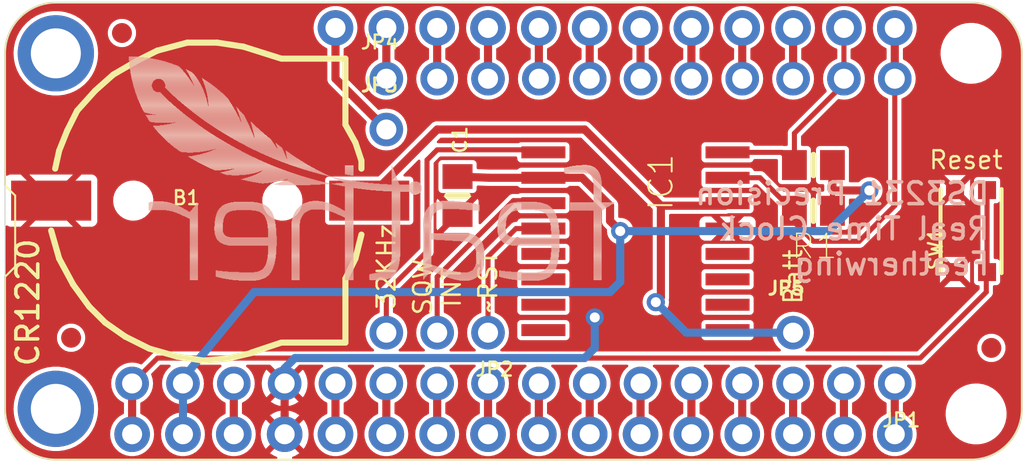
<source format=kicad_pcb>
(kicad_pcb (version 20221018) (generator pcbnew)
  (layers (0 "F.Cu" signal) (1 "In1.Cu" signal) (2 "In2.Cu" signal) (3 "In3.Cu" signal) (4 "In4.Cu" signal) (5 "In5.Cu" signal) (6 "In6.Cu" signal) (7 "In7.Cu" signal) (8 "In8.Cu" signal) (9 "In9.Cu" signal) (10 "In10.Cu" signal) (11 "In11.Cu" signal) (12 "In12.Cu" signal) (13 "In13.Cu" signal) (14 "In14.Cu" signal) (31 "B.Cu" signal) (34 "B.Paste" user) (35 "F.Paste" user) (36 "B.SilkS" user "B.Silkscreen") (37 "F.SilkS" user "F.Silkscreen") (38 "B.Mask" user) (39 "F.Mask" user) (44 "Edge.Cuts" user))
  (net 0 "")
  (net 1 "GND")
  (net 2 "SDA")
  (net 3 "SCL")
  (net 4 "VBAT")
  (net 5 "3.3V")
  (net 6 "N$14")
  (net 7 "USB")
  (net 8 "N$15")
  (net 9 "N$16")
  (net 10 "N$17")
  (net 11 "N$18")
  (net 12 "N$19")
  (net 13 "N$20")
  (net 14 "N$21")
  (net 15 "N$2")
  (net 16 "N$3")
  (net 17 "N$4")
  (net 18 "N$5")
  (net 19 "N$6")
  (net 20 "N$7")
  (net 21 "N$8")
  (net 22 "N$9")
  (net 23 "N$10")
  (net 24 "N$11")
  (net 25 "N$12")
  (net 26 "N$13")
  (net 27 "N$23")
  (net 28 "N$25")
  (net 29 "32KHZ")
  (net 30 "SQW")
  (net 31 "~{RTC_RST}")
  (net 32 "CR1220")
  (footprint "working:1X01_ROUND" (layer "F.Cu") (at 142.1511 99.9236)
    (fp_text reference "JP3" (at -1.3462 -1.8288) (layer "F.SilkS") (effects (font (size 0.666496 0.666496) (thickness 0.146304)) (justify left bottom)))
    (fp_text value "")
    (pad "1" thru_hole circle (at 0 0 90) (size 1.6764 1.6764) (drill 1) (layers "*.Cu" "*.Mask") (net 4 "VBAT"))
  )
  (footprint "working:1X11_ROUND" (layer "F.Cu") (at 154.8511 97.3836)
    (fp_text reference "JP4" (at -14.0462 -1.8288) (layer "F.SilkS") (effects (font (size 0.692831 0.692831) (thickness 0.119969)) (justify left)))
    (fp_text value "")
    (pad "1" thru_hole circle (at -12.7 0 90) (size 1.6764 1.6764) (drill 1) (layers "*.Cu" "*.Mask") (net 6 "N$14"))
    (pad "2" thru_hole circle (at -10.16 0 90) (size 1.6764 1.6764) (drill 1) (layers "*.Cu" "*.Mask") (net 7 "USB"))
    (pad "3" thru_hole circle (at -7.62 0 90) (size 1.6764 1.6764) (drill 1) (layers "*.Cu" "*.Mask") (net 8 "N$15"))
    (pad "4" thru_hole circle (at -5.08 0 90) (size 1.6764 1.6764) (drill 1) (layers "*.Cu" "*.Mask") (net 9 "N$16"))
    (pad "5" thru_hole circle (at -2.54 0 90) (size 1.6764 1.6764) (drill 1) (layers "*.Cu" "*.Mask") (net 10 "N$17"))
    (pad "6" thru_hole circle (at 0 0 90) (size 1.6764 1.6764) (drill 1) (layers "*.Cu" "*.Mask") (net 11 "N$18"))
    (pad "7" thru_hole circle (at 2.54 0 90) (size 1.6764 1.6764) (drill 1) (layers "*.Cu" "*.Mask") (net 12 "N$19"))
    (pad "8" thru_hole circle (at 5.08 0 90) (size 1.6764 1.6764) (drill 1) (layers "*.Cu" "*.Mask") (net 13 "N$20"))
    (pad "9" thru_hole circle (at 7.62 0 90) (size 1.6764 1.6764) (drill 1) (layers "*.Cu" "*.Mask") (net 14 "N$21"))
    (pad "10" thru_hole circle (at 10.16 0 90) (size 1.6764 1.6764) (drill 1) (layers "*.Cu" "*.Mask") (net 3 "SCL"))
    (pad "11" thru_hole circle (at 12.7 0 90) (size 1.6764 1.6764) (drill 1) (layers "*.Cu" "*.Mask") (net 2 "SDA"))
  )
  (footprint "working:0805-NO" (layer "F.Cu") (at 163.4871 103.9876 180)
    (fp_text reference "R1" (at -1.27 -1.778) (layer "F.SilkS") (effects (font (size 1.20335 1.20335) (thickness 0.06665)) (justify right)))
    (fp_text value "10K")
    (pad "1" smd rect (at -0.95 0 180) (size 1.24 1.5) (layers "F.Cu" "F.Paste" "F.Mask") (net 5 "3.3V"))
    (pad "2" smd rect (at 0.95 0 180) (size 1.24 1.5) (layers "F.Cu" "F.Paste" "F.Mask") (net 2 "SDA"))
  )
  (footprint "working:1X03_ROUND" (layer "F.Cu") (at 144.6911 110.0836 180)
    (fp_text reference "JP2" (at -3.8862 -1.8288) (layer "F.SilkS") (effects (font (size 0.692831 0.692831) (thickness 0.119969)) (justify right)))
    (fp_text value "")
    (pad "1" thru_hole circle (at -2.54 0 270) (size 1.6764 1.6764) (drill 1) (layers "*.Cu" "*.Mask") (net 31 "~{RTC_RST}"))
    (pad "2" thru_hole circle (at 0 0 270) (size 1.6764 1.6764) (drill 1) (layers "*.Cu" "*.Mask") (net 30 "SQW"))
    (pad "3" thru_hole circle (at 2.54 0 270) (size 1.6764 1.6764) (drill 1) (layers "*.Cu" "*.Mask") (net 29 "32KHZ"))
  )
  (footprint "working:FIDUCIAL_1MM" (layer "F.Cu") (at 126.4031 110.3376)
    (fp_text reference "FID1" hide)
    (fp_text value "FIDUCIAL\"\"" hide)
    (pad "1" smd roundrect (at 0 0) (size 1 1) (layers "F.Cu" "F.Mask") (roundrect_rratio 0.5))
  )
  (footprint "working:0805-NO" (layer "F.Cu") (at 163.4871 101.7016 180)
    (fp_text reference "R2" hide)
    (fp_text value "10K")
    (pad "1" smd rect (at -0.95 0 180) (size 1.24 1.5) (layers "F.Cu" "F.Paste" "F.Mask") (net 5 "3.3V"))
    (pad "2" smd rect (at 0.95 0 180) (size 1.24 1.5) (layers "F.Cu" "F.Paste" "F.Mask") (net 3 "SCL"))
  )
  (footprint "working:CR1220-2" (layer "F.Cu") (at 133.0071 103.4796)
    (fp_text reference "B1" (at -1.602 -0.14) (layer "F.SilkS") (effects (font (size 0.692831 0.692831) (thickness 0.119969)) (justify left)))
    (fp_text value "CR1220")
    (pad "" np_thru_hole circle (at -3.5 0) (size 1.5 1.5) (drill 1.5) (layers "*.Cu" "*.Mask"))
    (pad "" np_thru_hole circle (at 3.95 0) (size 1.5 1.5) (drill 1.5) (layers "*.Cu" "*.Mask"))
    (pad "+" smd rect (at 8.29 0) (size 4 2) (layers "F.Cu" "F.Paste" "F.Mask") (net 32 "CR1220"))
    (pad "-" smd rect (at -7.6 0) (size 4 2) (layers "F.Cu" "F.Paste" "F.Mask") (net 1 "GND"))
  )
  (footprint "working:FIDUCIAL_1MM" (layer "F.Cu") (at 128.9431 95.0976)
    (fp_text reference "FID2" hide)
    (fp_text value "FIDUCIAL\"\"" hide)
    (pad "1" smd roundrect (at 0 0) (size 1 1) (layers "F.Cu" "F.Mask") (roundrect_rratio 0.5))
  )
  (footprint "working:MICROSHIELD_DIM" (layer "F.Cu") (at 123.1011 116.4336)
    (fp_text reference "MS1" hide)
    (fp_text value "MICROSHIELD_NODIM" hide)
    (pad "" np_thru_hole circle (at 48.26 -20.32) (size 2.54 2.54) (drill 2.54) (layers "*.Cu" "*.Mask"))
    (pad "" np_thru_hole circle (at 48.514 -2.286) (size 2.54 2.54) (drill 2.54) (layers "*.Cu" "*.Mask"))
    (pad "1" thru_hole circle (at 6.35 -1.27) (size 1.778 1.778) (drill 1) (layers "*.Cu" "*.Mask") (net 28 "N$25"))
    (pad "2" thru_hole circle (at 8.89 -1.27) (size 1.778 1.778) (drill 1) (layers "*.Cu" "*.Mask") (net 5 "3.3V"))
    (pad "3" thru_hole circle (at 11.43 -1.27) (size 1.778 1.778) (drill 1) (layers "*.Cu" "*.Mask") (net 27 "N$23"))
    (pad "4" thru_hole circle (at 13.97 -1.27) (size 1.778 1.778) (drill 1) (layers "*.Cu" "*.Mask") (net 1 "GND"))
    (pad "5" thru_hole circle (at 16.51 -1.27) (size 1.778 1.778) (drill 1) (layers "*.Cu" "*.Mask") (net 26 "N$13"))
    (pad "6" thru_hole circle (at 19.05 -1.27) (size 1.778 1.778) (drill 1) (layers "*.Cu" "*.Mask") (net 25 "N$12"))
    (pad "7" thru_hole circle (at 21.59 -1.27) (size 1.778 1.778) (drill 1) (layers "*.Cu" "*.Mask") (net 24 "N$11"))
    (pad "8" thru_hole circle (at 24.13 -1.27) (size 1.778 1.778) (drill 1) (layers "*.Cu" "*.Mask") (net 23 "N$10"))
    (pad "9" thru_hole circle (at 26.67 -1.27) (size 1.778 1.778) (drill 1) (layers "*.Cu" "*.Mask") (net 22 "N$9"))
    (pad "10" thru_hole circle (at 29.21 -1.27) (size 1.778 1.778) (drill 1) (layers "*.Cu" "*.Mask") (net 21 "N$8"))
    (pad "11" thru_hole circle (at 31.75 -1.27) (size 1.778 1.778) (drill 1) (layers "*.Cu" "*.Mask") (net 20 "N$7"))
    (pad "12" thru_hole circle (at 34.29 -1.27) (size 1.778 1.778) (drill 1) (layers "*.Cu" "*.Mask") (net 19 "N$6"))
    (pad "13" thru_hole circle (at 36.83 -1.27) (size 1.778 1.778) (drill 1) (layers "*.Cu" "*.Mask") (net 18 "N$5"))
    (pad "14" thru_hole circle (at 39.37 -1.27) (size 1.778 1.778) (drill 1) (layers "*.Cu" "*.Mask") (net 17 "N$4"))
    (pad "15" thru_hole circle (at 41.91 -1.27) (size 1.778 1.778) (drill 1) (layers "*.Cu" "*.Mask") (net 16 "N$3"))
    (pad "16" thru_hole circle (at 44.45 -1.27) (size 1.778 1.778) (drill 1) (layers "*.Cu" "*.Mask") (net 15 "N$2"))
    (pad "17" thru_hole circle (at 44.45 -21.59) (size 1.778 1.778) (drill 1) (layers "*.Cu" "*.Mask") (net 2 "SDA"))
    (pad "18" thru_hole circle (at 41.91 -21.59) (size 1.778 1.778) (drill 1) (layers "*.Cu" "*.Mask") (net 3 "SCL"))
    (pad "19" thru_hole circle (at 39.37 -21.59) (size 1.778 1.778) (drill 1) (layers "*.Cu" "*.Mask") (net 14 "N$21"))
    (pad "20" thru_hole circle (at 36.83 -21.59) (size 1.778 1.778) (drill 1) (layers "*.Cu" "*.Mask") (net 13 "N$20"))
    (pad "21" thru_hole circle (at 34.29 -21.59) (size 1.778 1.778) (drill 1) (layers "*.Cu" "*.Mask") (net 12 "N$19"))
    (pad "22" thru_hole circle (at 31.75 -21.59) (size 1.778 1.778) (drill 1) (layers "*.Cu" "*.Mask") (net 11 "N$18"))
    (pad "23" thru_hole circle (at 29.21 -21.59) (size 1.778 1.778) (drill 1) (layers "*.Cu" "*.Mask") (net 10 "N$17"))
    (pad "24" thru_hole circle (at 26.67 -21.59) (size 1.778 1.778) (drill 1) (layers "*.Cu" "*.Mask") (net 9 "N$16"))
    (pad "25" thru_hole circle (at 24.13 -21.59) (size 1.778 1.778) (drill 1) (layers "*.Cu" "*.Mask") (net 8 "N$15"))
    (pad "26" thru_hole circle (at 21.59 -21.59) (size 1.778 1.778) (drill 1) (layers "*.Cu" "*.Mask") (net 7 "USB"))
    (pad "27" thru_hole circle (at 19.05 -21.59) (size 1.778 1.778) (drill 1) (layers "*.Cu" "*.Mask") (net 6 "N$14"))
    (pad "28" thru_hole circle (at 16.51 -21.59) (size 1.778 1.778) (drill 1) (layers "*.Cu" "*.Mask") (net 4 "VBAT"))
    (pad "P$1" thru_hole circle (at 2.54 -20.32) (size 3.81 3.81) (drill 2.5) (layers "*.Cu" "*.Mask"))
    (pad "P$2" thru_hole circle (at 2.54 -2.54) (size 3.81 3.81) (drill 2.5) (layers "*.Cu" "*.Mask"))
  )
  (footprint "working:SO16W" (layer "F.Cu") (at 154.5971 105.5116 -90)
    (fp_text reference "IC1" (at -4.445 -1.27 90) (layer "F.SilkS") (effects (font (size 1.176528 1.176528) (thickness 0.093472)) (justify right)))
    (fp_text value "DS3231/SO")
    (pad "1" smd rect (at -4.445 4.6 270) (size 0.6 2.2) (layers "F.Cu" "F.Paste" "F.Mask") (net 29 "32KHZ"))
    (pad "2" smd rect (at -3.175 4.6 270) (size 0.6 2.2) (layers "F.Cu" "F.Paste" "F.Mask") (net 5 "3.3V"))
    (pad "3" smd rect (at -1.905 4.6 270) (size 0.6 2.2) (layers "F.Cu" "F.Paste" "F.Mask") (net 30 "SQW"))
    (pad "4" smd rect (at -0.635 4.6 270) (size 0.6 2.2) (layers "F.Cu" "F.Paste" "F.Mask") (net 31 "~{RTC_RST}"))
    (pad "5" smd rect (at 0.635 4.6 270) (size 0.6 2.2) (layers "F.Cu" "F.Paste" "F.Mask"))
    (pad "6" smd rect (at 1.905 4.6 270) (size 0.6 2.2) (layers "F.Cu" "F.Paste" "F.Mask"))
    (pad "7" smd rect (at 3.175 4.6 270) (size 0.6 2.2) (layers "F.Cu" "F.Paste" "F.Mask"))
    (pad "8" smd rect (at 4.445 4.6 270) (size 0.6 2.2) (layers "F.Cu" "F.Paste" "F.Mask"))
    (pad "9" smd rect (at 4.445 -4.6 270) (size 0.6 2.2) (layers "F.Cu" "F.Paste" "F.Mask"))
    (pad "10" smd rect (at 3.175 -4.6 270) (size 0.6 2.2) (layers "F.Cu" "F.Paste" "F.Mask"))
    (pad "11" smd rect (at 1.905 -4.6 270) (size 0.6 2.2) (layers "F.Cu" "F.Paste" "F.Mask"))
    (pad "12" smd rect (at 0.635 -4.6 270) (size 0.6 2.2) (layers "F.Cu" "F.Paste" "F.Mask"))
    (pad "13" smd rect (at -0.635 -4.6 270) (size 0.6 2.2) (layers "F.Cu" "F.Paste" "F.Mask") (net 1 "GND"))
    (pad "14" smd rect (at -1.905 -4.6 270) (size 0.6 2.2) (layers "F.Cu" "F.Paste" "F.Mask") (net 32 "CR1220"))
    (pad "15" smd rect (at -3.175 -4.6 270) (size 0.6 2.2) (layers "F.Cu" "F.Paste" "F.Mask") (net 2 "SDA"))
    (pad "16" smd rect (at -4.445 -4.6 270) (size 0.6 2.2) (layers "F.Cu" "F.Paste" "F.Mask") (net 3 "SCL"))
  )
  (footprint "working:FIDUCIAL_1MM" (layer "F.Cu") (at 172.3771 110.8456)
    (fp_text reference "FID3" hide)
    (fp_text value "FIDUCIAL\"\"" hide)
    (pad "1" smd roundrect (at 0 0) (size 1 1) (layers "F.Cu" "F.Mask") (roundrect_rratio 0.5))
  )
  (footprint "working:1X16_ROUND" (layer "F.Cu") (at 148.5011 112.6236 180)
    (fp_text reference "JP1" (at -20.3962 -1.8288) (layer "F.SilkS") (effects (font (size 0.692831 0.692831) (thickness 0.119969)) (justify right)))
    (fp_text value "")
    (pad "1" thru_hole circle (at -19.05 0 270) (size 1.6764 1.6764) (drill 1) (layers "*.Cu" "*.Mask") (net 15 "N$2"))
    (pad "2" thru_hole circle (at -16.51 0 270) (size 1.6764 1.6764) (drill 1) (layers "*.Cu" "*.Mask") (net 16 "N$3"))
    (pad "3" thru_hole circle (at -13.97 0 270) (size 1.6764 1.6764) (drill 1) (layers "*.Cu" "*.Mask") (net 17 "N$4"))
    (pad "4" thru_hole circle (at -11.43 0 270) (size 1.6764 1.6764) (drill 1) (layers "*.Cu" "*.Mask") (net 18 "N$5"))
    (pad "5" thru_hole circle (at -8.89 0 270) (size 1.6764 1.6764) (drill 1) (layers "*.Cu" "*.Mask") (net 19 "N$6"))
    (pad "6" thru_hole circle (at -6.35 0 270) (size 1.6764 1.6764) (drill 1) (layers "*.Cu" "*.Mask") (net 20 "N$7"))
    (pad "7" thru_hole circle (at -3.81 0 270) (size 1.6764 1.6764) (drill 1) (layers "*.Cu" "*.Mask") (net 21 "N$8"))
    (pad "8" thru_hole circle (at -1.27 0 270) (size 1.6764 1.6764) (drill 1) (layers "*.Cu" "*.Mask") (net 22 "N$9"))
    (pad "9" thru_hole circle (at 1.27 0 270) (size 1.6764 1.6764) (drill 1) (layers "*.Cu" "*.Mask") (net 23 "N$10"))
    (pad "10" thru_hole circle (at 3.81 0 270) (size 1.6764 1.6764) (drill 1) (layers "*.Cu" "*.Mask") (net 24 "N$11"))
    (pad "11" thru_hole circle (at 6.35 0 270) (size 1.6764 1.6764) (drill 1) (layers "*.Cu" "*.Mask") (net 25 "N$12"))
    (pad "12" thru_hole circle (at 8.89 0 270) (size 1.6764 1.6764) (drill 1) (layers "*.Cu" "*.Mask") (net 26 "N$13"))
    (pad "13" thru_hole circle (at 11.43 0 270) (size 1.6764 1.6764) (drill 1) (layers "*.Cu" "*.Mask") (net 1 "GND"))
    (pad "14" thru_hole circle (at 13.97 0 270) (size 1.6764 1.6764) (drill 1) (layers "*.Cu" "*.Mask") (net 27 "N$23"))
    (pad "15" thru_hole circle (at 16.51 0 270) (size 1.6764 1.6764) (drill 1) (layers "*.Cu" "*.Mask") (net 5 "3.3V"))
    (pad "16" thru_hole circle (at 19.05 0 270) (size 1.6764 1.6764) (drill 1) (layers "*.Cu" "*.Mask") (net 28 "N$25"))
  )
  (footprint "working:1X01_ROUND" (layer "F.Cu") (at 162.4711 110.0836)
    (fp_text reference "JP5" (at -1.3462 -1.8288) (layer "F.SilkS") (effects (font (size 0.666496 0.666496) (thickness 0.146304)) (justify left bottom)))
    (fp_text value "")
    (pad "1" thru_hole circle (at 0 0 90) (size 1.6764 1.6764) (drill 1) (layers "*.Cu" "*.Mask") (net 32 "CR1220"))
  )
  (footprint "working:BTN_KMR2_4.6X2.8" (layer "F.Cu") (at 171.3611 105.0036 90)
    (fp_text reference "SW1" (at -2.032 -1.778 90) (layer "F.SilkS") (effects (font (size 0.692831 0.692831) (thickness 0.119969)) (justify left)))
    (fp_text value "KMR2")
    (pad "A" smd rect (at 2.05 -0.8 90) (size 0.9 0.9) (layers "F.Cu" "F.Paste" "F.Mask") (net 1 "GND"))
    (pad "A'" smd rect (at -2.05 -0.8 90) (size 0.9 0.9) (layers "F.Cu" "F.Paste" "F.Mask") (net 1 "GND"))
    (pad "B" smd rect (at 2.05 0.8 90) (size 0.9 0.9) (layers "F.Cu" "F.Paste" "F.Mask") (net 28 "N$25"))
    (pad "B'" smd rect (at -2.05 0.8 90) (size 0.9 0.9) (layers "F.Cu" "F.Paste" "F.Mask") (net 28 "N$25"))
  )
  (footprint "working:0805-NO" (layer "F.Cu") (at 145.7071 103.2256 90)
    (fp_text reference "C1" (at 2.032 0.127 90) (layer "F.SilkS") (effects (font (size 0.692831 0.692831) (thickness 0.119969)) (justify left)))
    (fp_text value "1uF")
    (pad "1" smd rect (at -0.95 0 90) (size 1.24 1.5) (layers "F.Cu" "F.Paste" "F.Mask") (net 1 "GND"))
    (pad "2" smd rect (at 0.95 0 90) (size 1.24 1.5) (layers "F.Cu" "F.Paste" "F.Mask") (net 5 "3.3V"))
  )
  (footprint "working:FEATHERLOGO" (layer "B.Cu") (at 153.5811 107.5436 180)
    (fp_text reference "U$6" hide)
    (fp_text value "" hide)
  )
  (gr_line (start 171.3611 116.4336) (end 125.6411 116.4336) (stroke (width 0.05)) (layer "Edge.Cuts"))
  (gr_arc (start 171.3611 93.5736) (mid 173.157151 94.317549) (end 173.9011 96.1136) (stroke (width 0.05)) (layer "Edge.Cuts"))
  (gr_arc (start 173.9011 113.8936) (mid 173.157151 115.689651) (end 171.3611 116.4336) (stroke (width 0.05)) (layer "Edge.Cuts"))
  (gr_line (start 125.6411 93.5736) (end 171.3611 93.5736) (stroke (width 0.05)) (layer "Edge.Cuts"))
  (gr_arc (start 123.1011 96.1136) (mid 123.845049 94.317549) (end 125.6411 93.5736) (stroke (width 0.05)) (layer "Edge.Cuts"))
  (gr_arc (start 125.6411 116.4336) (mid 123.845049 115.689651) (end 123.1011 113.8936) (stroke (width 0.05)) (layer "Edge.Cuts"))
  (gr_line (start 123.1011 113.8936) (end 123.1011 96.1136) (stroke (width 0.05)) (layer "Edge.Cuts"))
  (gr_line (start 173.9011 96.1136) (end 173.9011 113.8936) (stroke (width 0.05)) (layer "Edge.Cuts"))
  (gr_text "DS3231 Precision\nReal Time Clock\nFeatherwing" (at 172.3771 107.2896) (layer "B.SilkS") (effects (font (size 1.0922 1.0922) (thickness 0.1778)) (justify left bottom mirror)))
  (gr_text "~RST" (at 147.2311 107.5436 90) (layer "F.SilkS") (effects (font (size 0.89408 0.89408) (thickness 0.12192))))
  (gr_text "Reset" (at 171.1071 101.4476) (layer "F.SilkS") (effects (font (size 0.89408 0.89408) (thickness 0.12192))))
  (gr_text "CR1220" (at 124.8791 111.8616 90) (layer "F.SilkS") (effects (font (size 1.0922 1.0922) (thickness 0.1778)) (justify left bottom)))
  (gr_text "Batt" (at 162.4711 107.2896 90) (layer "F.SilkS") (effects (font (size 0.89408 0.89408) (thickness 0.12192))))
  (gr_text "32KHz" (at 142.1511 106.7816 90) (layer "F.SilkS") (effects (font (size 0.89408 0.89408) (thickness 0.12192))))
  (gr_text "SQW\nINT" (at 144.6911 107.7976 90) (layer "F.SilkS") (effects (font (size 0.89408 0.89408) (thickness 0.12192))))
  (segment (start 137.0711 112.6236) (end 137.0711 115.1636) (width 0.4064) (layer "F.Cu") (net 1))
  (segment (start 152.5651 109.3216) (end 152.5651 108.5596) (width 0.4064) (layer "F.Cu") (net 1))
  (via (at 152.5651 109.3216) (size 0.9064) (drill 0.5) (layers "F.Cu" "B.Cu") (net 1))
  (segment (start 137.0711 112.6236) (end 137.0711 111.8616) (width 0.4064) (layer "B.Cu") (net 1))
  (segment (start 137.5791 111.3536) (end 152.0571 111.3536) (width 0.4064) (layer "B.Cu") (net 1))
  (segment (start 137.0711 111.8616) (end 137.5791 111.3536) (width 0.4064) (layer "B.Cu") (net 1))
  (segment (start 152.5651 110.8456) (end 152.5651 109.3216) (width 0.4064) (layer "B.Cu") (net 1))
  (segment (start 152.0571 111.3536) (end 152.5651 110.8456) (width 0.4064) (layer "B.Cu") (net 1))
  (segment (start 162.4711 103.9876) (end 162.5371 103.9876) (width 0.254) (layer "F.Cu") (net 2))
  (segment (start 167.5511 94.8436) (end 167.5511 97.3836) (width 0.4064) (layer "F.Cu") (net 2))
  (segment (start 160.8201 102.3366) (end 162.4711 103.9876) (width 0.254) (layer "F.Cu") (net 2))
  (segment (start 163.4871 105.5116) (end 165.7731 105.5116) (width 0.254) (layer "F.Cu") (net 2))
  (segment (start 162.5371 103.9876) (end 162.5371 104.5616) (width 0.254) (layer "F.Cu") (net 2))
  (segment (start 162.5371 104.5616) (end 163.4871 105.5116) (width 0.254) (layer "F.Cu") (net 2))
  (segment (start 165.7731 105.5116) (end 167.5511 103.7336) (width 0.254) (layer "F.Cu") (net 2))
  (segment (start 167.5511 103.7336) (end 167.5511 97.3836) (width 0.254) (layer "F.Cu") (net 2))
  (segment (start 159.1971 102.3366) (end 160.8201 102.3366) (width 0.254) (layer "F.Cu") (net 2))
  (segment (start 161.9021 101.0666) (end 162.5371 101.7016) (width 0.254) (layer "F.Cu") (net 3))
  (segment (start 162.5371 101.7016) (end 162.5371 100.1116) (width 0.254) (layer "F.Cu") (net 3))
  (segment (start 165.0111 97.3836) (end 165.0111 97.6376) (width 0.254) (layer "F.Cu") (net 3))
  (segment (start 165.0111 97.3836) (end 165.0111 94.8436) (width 0.254) (layer "F.Cu") (net 3))
  (segment (start 162.5371 100.1116) (end 165.0111 97.6376) (width 0.254) (layer "F.Cu") (net 3))
  (segment (start 159.1971 101.0666) (end 161.9021 101.0666) (width 0.254) (layer "F.Cu") (net 3))
  (segment (start 139.6111 97.3836) (end 142.1511 99.9236) (width 0.4064) (layer "F.Cu") (net 4))
  (segment (start 139.6111 94.8436) (end 139.6111 97.3836) (width 0.4064) (layer "F.Cu") (net 4))
  (segment (start 164.4371 103.9876) (end 164.4371 101.7016) (width 0.254) (layer "F.Cu") (net 5))
  (segment (start 149.9971 102.3366) (end 147.2921 102.3366) (width 0.4064) (layer "F.Cu") (net 5))
  (segment (start 153.3271 104.4956) (end 153.8351 105.0036) (width 0.4064) (layer "F.Cu") (net 5))
  (segment (start 153.3271 103.7336) (end 153.3271 104.4956) (width 0.4064) (layer "F.Cu") (net 5))
  (segment (start 166.2811 102.9716) (end 164.4371 102.9716) (width 0.4064) (layer "F.Cu") (net 5))
  (segment (start 164.4371 102.9716) (end 164.4371 101.7016) (width 0.4064) (layer "F.Cu") (net 5))
  (segment (start 147.2921 102.3366) (end 145.7071 102.2756) (width 0.4064) (layer "F.Cu") (net 5))
  (segment (start 151.9301 102.3366) (end 153.3271 103.7336) (width 0.4064) (layer "F.Cu") (net 5))
  (segment (start 149.9971 102.3366) (end 151.9301 102.3366) (width 0.4064) (layer "F.Cu") (net 5))
  (via (at 153.8351 105.0036) (size 0.9064) (drill 0.5) (layers "F.Cu" "B.Cu") (net 5))
  (via (at 166.2811 102.9716) (size 0.9064) (drill 0.5) (layers "F.Cu" "B.Cu") (net 5))
  (segment (start 164.2491 105.0036) (end 166.2811 102.9716) (width 0.4064) (layer "B.Cu") (net 5))
  (segment (start 153.8351 105.0036) (end 164.2491 105.0036) (width 0.4064) (layer "B.Cu") (net 5))
  (segment (start 153.8351 107.5436) (end 153.8351 105.0036) (width 0.4064) (layer "B.Cu") (net 5))
  (segment (start 153.3271 108.0516) (end 153.8351 107.5436) (width 0.4064) (layer "B.Cu") (net 5))
  (segment (start 131.9911 112.6236) (end 131.9911 112.3696) (width 0.4064) (layer "B.Cu") (net 5))
  (segment (start 131.9911 112.3696) (end 135.5471 108.0516) (width 0.4064) (layer "B.Cu") (net 5))
  (segment (start 135.5471 108.0516) (end 153.3271 108.0516) (width 0.4064) (layer "B.Cu") (net 5))
  (segment (start 131.9911 115.1636) (end 131.9911 112.6236) (width 0.4064) (layer "B.Cu") (net 5))
  (segment (start 142.1511 94.8436) (end 142.1511 97.3836) (width 0.4064) (layer "F.Cu") (net 6))
  (segment (start 144.6911 97.3836) (end 144.6911 94.8436) (width 0.4064) (layer "F.Cu") (net 7))
  (segment (start 147.2311 94.8436) (end 147.2311 97.3836) (width 0.4064) (layer "F.Cu") (net 8))
  (segment (start 149.7711 97.3836) (end 149.7711 94.8436) (width 0.4064) (layer "F.Cu") (net 9))
  (segment (start 152.3111 94.8436) (end 152.3111 97.3836) (width 0.4064) (layer "F.Cu") (net 10))
  (segment (start 154.8511 97.3836) (end 154.8511 94.8436) (width 0.4064) (layer "F.Cu") (net 11))
  (segment (start 157.3911 94.8436) (end 157.3911 97.3836) (width 0.4064) (layer "F.Cu") (net 12))
  (segment (start 159.9311 97.3836) (end 159.9311 94.8436) (width 0.4064) (layer "F.Cu") (net 13))
  (segment (start 162.4711 94.8436) (end 162.4711 97.3836) (width 0.4064) (layer "F.Cu") (net 14))
  (segment (start 167.5511 112.6236) (end 167.5511 115.1636) (width 0.4064) (layer "F.Cu") (net 15))
  (segment (start 165.0111 115.1636) (end 165.0111 112.6236) (width 0.4064) (layer "F.Cu") (net 16))
  (segment (start 162.4711 115.1636) (end 162.4711 112.6236) (width 0.4064) (layer "F.Cu") (net 17))
  (segment (start 159.9311 112.6236) (end 159.9311 115.1636) (width 0.4064) (layer "F.Cu") (net 18))
  (segment (start 157.3911 112.6236) (end 157.3911 115.1636) (width 0.4064) (layer "F.Cu") (net 19))
  (segment (start 154.8511 115.1636) (end 154.8511 112.6236) (width 0.4064) (layer "F.Cu") (net 20))
  (segment (start 152.3111 112.6236) (end 152.3111 115.1636) (width 0.4064) (layer "F.Cu") (net 21))
  (segment (start 149.7711 115.1636) (end 149.7711 112.6236) (width 0.4064) (layer "F.Cu") (net 22))
  (segment (start 147.2311 112.6236) (end 147.2311 115.1636) (width 0.4064) (layer "F.Cu") (net 23))
  (segment (start 144.6911 115.1636) (end 144.6911 112.6236) (width 0.4064) (layer "F.Cu") (net 24))
  (segment (start 142.1511 112.6236) (end 142.1511 115.1636) (width 0.4064) (layer "F.Cu") (net 25))
  (segment (start 139.6111 115.1636) (end 139.6111 112.6236) (width 0.4064) (layer "F.Cu") (net 26))
  (segment (start 134.5311 115.1636) (end 134.5311 112.6236) (width 0.4064) (layer "F.Cu") (net 27))
  (segment (start 129.4511 115.1636) (end 129.4511 112.6236) (width 0.4064) (layer "F.Cu") (net 28))
  (segment (start 168.8211 111.3536) (end 172.1231 108.0516) (width 0.254) (layer "F.Cu") (net 28))
  (segment (start 129.4511 112.6236) (end 130.7211 111.3536) (width 0.254) (layer "F.Cu") (net 28))
  (segment (start 130.7211 111.3536) (end 168.8211 111.3536) (width 0.254) (layer "F.Cu") (net 28))
  (segment (start 172.1231 107.0916) (end 172.1611 107.0536) (width 0.254) (layer "F.Cu") (net 28))
  (segment (start 172.1611 107.0536) (end 172.1611 102.9536) (width 0.254) (layer "F.Cu") (net 28))
  (segment (start 172.1231 108.0516) (end 172.1231 107.0916) (width 0.254) (layer "F.Cu") (net 28))
  (segment (start 142.1511 108.0516) (end 144.1831 106.0196) (width 0.254) (layer "F.Cu") (net 29))
  (segment (start 144.1831 101.4476) (end 144.6911 100.9396) (width 0.254) (layer "F.Cu") (net 29))
  (segment (start 149.8701 100.9396) (end 149.9971 101.0666) (width 0.254) (layer "F.Cu") (net 29))
  (segment (start 144.6911 100.9396) (end 149.8701 100.9396) (width 0.254) (layer "F.Cu") (net 29))
  (segment (start 144.1831 106.0196) (end 144.1831 101.4476) (width 0.254) (layer "F.Cu") (net 29))
  (segment (start 142.1511 110.0836) (end 142.1511 108.0516) (width 0.254) (layer "F.Cu") (net 29))
  (segment (start 144.6911 107.2896) (end 148.5011 103.4796) (width 0.254) (layer "F.Cu") (net 30))
  (segment (start 148.5011 103.4796) (end 149.8701 103.4796) (width 0.254) (layer "F.Cu") (net 30))
  (segment (start 149.8701 103.4796) (end 149.9971 103.6066) (width 0.254) (layer "F.Cu") (net 30))
  (segment (start 144.6911 110.0836) (end 144.6911 107.2896) (width 0.254) (layer "F.Cu") (net 30))
  (segment (start 148.6281 104.8766) (end 149.9971 104.8766) (width 0.254) (layer "F.Cu") (net 31))
  (segment (start 147.2311 106.2736) (end 148.6281 104.8766) (width 0.254) (layer "F.Cu") (net 31))
  (segment (start 147.2311 110.0836) (end 147.2311 106.2736) (width 0.254) (layer "F.Cu") (net 31))
  (segment (start 141.2971 103.4796) (end 141.8051 102.8096) (width 0.4064) (layer "F.Cu") (net 32))
  (segment (start 155.8671 108.3056) (end 155.8671 103.7336) (width 0.4064) (layer "F.Cu") (net 32))
  (segment (start 141.8051 102.8096) (end 144.6911 99.9236) (width 0.4064) (layer "F.Cu") (net 32))
  (segment (start 152.0571 99.9236) (end 155.8671 103.7336) (width 0.4064) (layer "F.Cu") (net 32))
  (segment (start 155.8671 103.7336) (end 159.0701 103.7336) (width 0.4064) (layer "F.Cu") (net 32))
  (segment (start 159.0701 103.7336) (end 159.1971 103.6066) (width 0.4064) (layer "F.Cu") (net 32))
  (segment (start 155.6131 108.5596) (end 155.8671 108.3056) (width 0.4064) (layer "F.Cu") (net 32))
  (segment (start 144.6911 99.9236) (end 152.0571 99.9236) (width 0.4064) (layer "F.Cu") (net 32))
  (via (at 155.6131 108.5596) (size 0.9064) (drill 0.5) (layers "F.Cu" "B.Cu") (net 32))
  (segment (start 162.4711 110.0836) (end 157.1371 110.0836) (width 0.4064) (layer "B.Cu") (net 32))
  (segment (start 157.1371 110.0836) (end 155.6131 108.5596) (width 0.4064) (layer "B.Cu") (net 32))
  (zone (net 1) (net_name "GND") (layer "F.Cu") (priority 6) (connect_pads (clearance 0.000001)) (min_thickness 0.127) (fill yes (thermal_gap 0.304) (thermal_bridge_width 0.304))
    (polygon (pts (xy 174.0281 116.5606) (xy 122.9741 116.5606) (xy 122.9741 93.4466) (xy 174.0281 93.4466)))
  )
)
</source>
